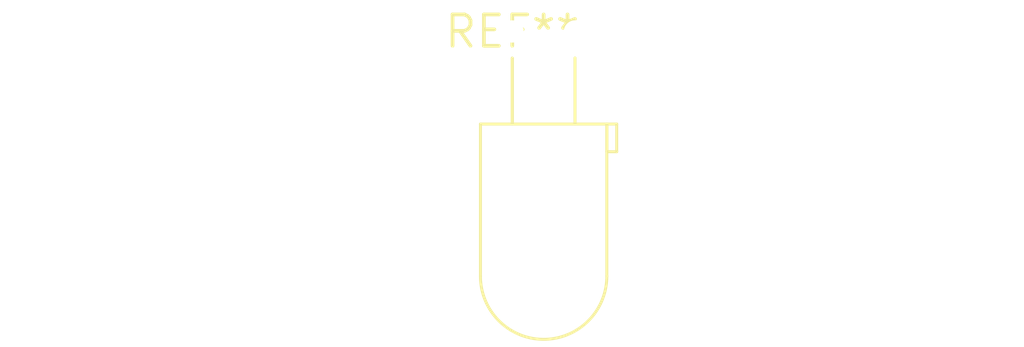
<source format=kicad_pcb>
(kicad_pcb (version 20240108) (generator pcbnew)
  (layers (0 "F.Cu" signal) (31 "B.Cu" signal) (34 "B.Paste" user) (35 "F.Paste" user) (36 "B.SilkS" user "B.Silkscreen") (37 "F.SilkS" user "F.Silkscreen") (38 "B.Mask" user) (39 "F.Mask" user) (44 "Edge.Cuts" user))
  (net 0 "")
  (footprint "LED_D5.0mm_Horizontal_O3.81mm_Z3.0mm" (layer "F.Cu") (at 0 0)
    (property "Reference" "REF**")
    (property "Value" "LED_D5.0mm_Horizontal_O3.81mm_Z3.0mm")
    (fp_line (start -1.29 3.75) (end -1.29 9.91) (layer "F.SilkS") (stroke (width 0.12)))
    (fp_line (start -1.29 3.75) (end 3.83 3.75) (layer "F.SilkS") (stroke (width 0.12)))
    (fp_line (start 0 1.08) (end 0 1.08) (layer "F.SilkS") (stroke (width 0.12)))
    (fp_line (start 0 1.08) (end 0 3.75) (layer "F.SilkS") (stroke (width 0.12)))
    (fp_line (start 0 3.75) (end 0 1.08) (layer "F.SilkS") (stroke (width 0.12)))
    (fp_line (start 0 3.75) (end 0 3.75) (layer "F.SilkS") (stroke (width 0.12)))
    (fp_line (start 2.54 1.08) (end 2.54 1.08) (layer "F.SilkS") (stroke (width 0.12)))
    (fp_line (start 2.54 1.08) (end 2.54 3.75) (layer "F.SilkS") (stroke (width 0.12)))
    (fp_line (start 2.54 3.75) (end 2.54 1.08) (layer "F.SilkS") (stroke (width 0.12)))
    (fp_line (start 2.54 3.75) (end 2.54 3.75) (layer "F.SilkS") (stroke (width 0.12)))
    (fp_line (start 3.83 3.75) (end 3.83 9.91) (layer "F.SilkS") (stroke (width 0.12)))
    (fp_line (start 3.83 3.75) (end 4.23 3.75) (layer "F.SilkS") (stroke (width 0.12)))
    (fp_line (start 3.83 4.87) (end 3.83 3.75) (layer "F.SilkS") (stroke (width 0.12)))
    (fp_line (start 4.23 3.75) (end 4.23 4.87) (layer "F.SilkS") (stroke (width 0.12)))
    (fp_line (start 4.23 4.87) (end 3.83 4.87) (layer "F.SilkS") (stroke (width 0.12)))
    (fp_arc (start 3.83 9.91) (mid 1.27 12.47) (end -1.29 9.91) (layer "F.SilkS") (stroke (width 0.12)))
    (pad "1" thru_hole rect (at 0 0) (size 1.8 1.8) (drill 0.9) (layers *.Cu *.Mask) (remove_unused_layers))
    (pad "2" thru_hole circle (at 2.54 0) (size 1.8 1.8) (drill 0.9) (layers *.Cu *.Mask) (remove_unused_layers))
  )
)
</source>
